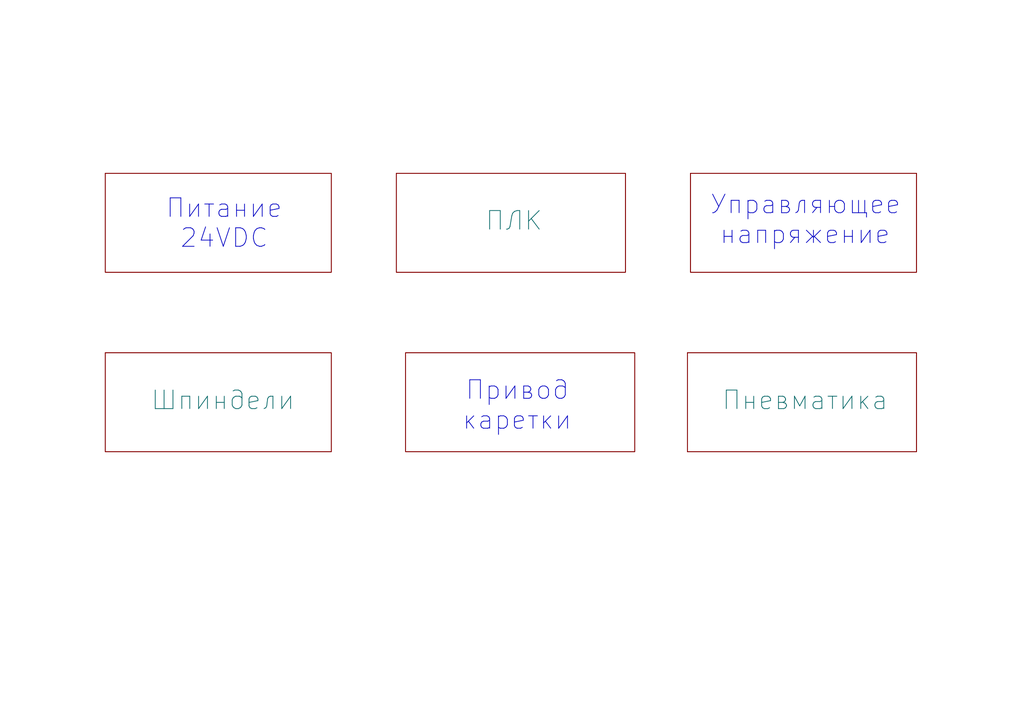
<source format=kicad_sch>
(kicad_sch
	(version 20231120)
	(generator "eeschema")
	(generator_version "8.0")
	(uuid "dd6cbc10-4d68-4c45-b8a2-b3317dca5e2f")
	(paper "A5")
	(title_block
		(title "Okoma")
		(date "08/2024")
		(rev "1.0")
	)
	(lib_symbols)
	(text "Управляющее\nнапряжение"
		(exclude_from_sim no)
		(at 165.1 45.212 0)
		(effects
			(font
				(size 3.81 3.81)
			)
		)
		(uuid "011727d5-d783-48ab-99de-ed8e18b443d6")
	)
	(text "Питание\n24VDC"
		(exclude_from_sim no)
		(at 45.974 45.974 0)
		(effects
			(font
				(size 3.81 3.81)
			)
		)
		(uuid "63246838-4b45-4a6d-8e02-5a0190910c4d")
	)
	(text "Привод\nкаретки"
		(exclude_from_sim no)
		(at 106.045 83.312 0)
		(effects
			(font
				(size 3.81 3.81)
			)
		)
		(uuid "83d7359f-7c95-4e3b-ac05-90f4871baa79")
	)
	(sheet
		(at 141.605 35.56)
		(size 46.355 20.32)
		(fields_autoplaced yes)
		(stroke
			(width 0.1524)
			(type solid)
		)
		(fill
			(color 0 0 0 0.0000)
		)
		(uuid "077450fb-1a3a-42d8-a60c-0a1d4fd5acdb")
		(property "Sheetname" "Управляющее напряжение"
			(at 141.605 34.2134 0)
			(effects
				(font
					(size 2.54 2.54)
				)
				(justify left bottom)
				(hide yes)
			)
		)
		(property "Sheetfile" "conrolVoltage.kicad_sch"
			(at 141.605 56.4646 0)
			(effects
				(font
					(size 1.27 1.27)
				)
				(justify left top)
				(hide yes)
			)
		)
		(instances
			(project "Electric_Diagram"
				(path "/dd6cbc10-4d68-4c45-b8a2-b3317dca5e2f"
					(page "3")
				)
			)
		)
	)
	(sheet
		(at 140.97 72.39)
		(size 46.99 20.32)
		(stroke
			(width 0.1524)
			(type solid)
		)
		(fill
			(color 0 0 0 0.0000)
		)
		(uuid "122fadaa-44ce-4077-ac77-f87f68282684")
		(property "Sheetname" "Пневматика"
			(at 165.1 84.328 0)
			(effects
				(font
					(size 3.81 3.81)
				)
				(justify bottom)
			)
		)
		(property "Sheetfile" "pneumatic.kicad_sch"
			(at 140.97 88.2146 0)
			(effects
				(font
					(size 1.27 1.27)
				)
				(justify left top)
				(hide yes)
			)
		)
		(instances
			(project "Electric_Diagram"
				(path "/dd6cbc10-4d68-4c45-b8a2-b3317dca5e2f"
					(page "6")
				)
			)
		)
	)
	(sheet
		(at 83.185 72.39)
		(size 46.99 20.32)
		(stroke
			(width 0.1524)
			(type solid)
		)
		(fill
			(color 0 0 0 0.0000)
		)
		(uuid "b555ed8b-74c6-4df2-a985-df93c31d4aa5")
		(property "Sheetname" "Привод каретки"
			(at 107.315 85.598 0)
			(effects
				(font
					(size 3.81 3.81)
				)
				(justify bottom)
				(hide yes)
			)
		)
		(property "Sheetfile" "carriage.kicad_sch"
			(at 83.185 95.8346 0)
			(effects
				(font
					(size 1.27 1.27)
				)
				(justify left top)
				(hide yes)
			)
		)
		(instances
			(project "Electric_Diagram"
				(path "/dd6cbc10-4d68-4c45-b8a2-b3317dca5e2f"
					(page "7")
				)
			)
		)
	)
	(sheet
		(at 81.28 35.56)
		(size 46.99 20.32)
		(stroke
			(width 0.1524)
			(type solid)
		)
		(fill
			(color 0 0 0 0.0000)
		)
		(uuid "c81b486f-4d89-448b-ac09-34f74c0e7a20")
		(property "Sheetname" "ПЛК"
			(at 105.41 47.498 0)
			(effects
				(font
					(size 3.81 3.81)
				)
				(justify bottom)
			)
		)
		(property "Sheetfile" "plc.kicad_sch"
			(at 81.28 51.3846 0)
			(effects
				(font
					(size 1.27 1.27)
				)
				(justify left top)
				(hide yes)
			)
		)
		(instances
			(project "Electric_Diagram"
				(path "/dd6cbc10-4d68-4c45-b8a2-b3317dca5e2f"
					(page "5")
				)
			)
		)
	)
	(sheet
		(at 21.59 72.39)
		(size 46.355 20.32)
		(stroke
			(width 0.1524)
			(type solid)
		)
		(fill
			(color 0 0 0 0.0000)
		)
		(uuid "e0112236-be79-4dc4-b115-2578c905fb9d")
		(property "Sheetname" "Шпиндели"
			(at 45.72 84.328 0)
			(effects
				(font
					(size 3.81 3.81)
				)
				(justify bottom)
			)
		)
		(property "Sheetfile" "spindles.kicad_sch"
			(at 21.59 88.2146 0)
			(effects
				(font
					(size 1.27 1.27)
				)
				(justify left top)
				(hide yes)
			)
		)
		(instances
			(project "Electric_Diagram"
				(path "/dd6cbc10-4d68-4c45-b8a2-b3317dca5e2f"
					(page "4")
				)
			)
		)
	)
	(sheet
		(at 21.59 35.56)
		(size 46.355 20.32)
		(stroke
			(width 0.1524)
			(type solid)
		)
		(fill
			(color 0 0 0 0.0000)
		)
		(uuid "e0c2476e-7c79-4229-98db-62d1ae60a6a4")
		(property "Sheetname" "Питание 24VDC"
			(at 46.99 47.498 0)
			(effects
				(font
					(size 3.81 3.81)
				)
				(justify bottom)
				(hide yes)
			)
		)
		(property "Sheetfile" "power24vdc.kicad_sch"
			(at 21.59 69.1646 0)
			(effects
				(font
					(size 1.27 1.27)
				)
				(justify left top)
				(hide yes)
			)
		)
		(instances
			(project "Electric_Diagram"
				(path "/dd6cbc10-4d68-4c45-b8a2-b3317dca5e2f"
					(page "2")
				)
			)
		)
	)
	(sheet_instances
		(path "/"
			(page "1")
		)
	)
)

</source>
